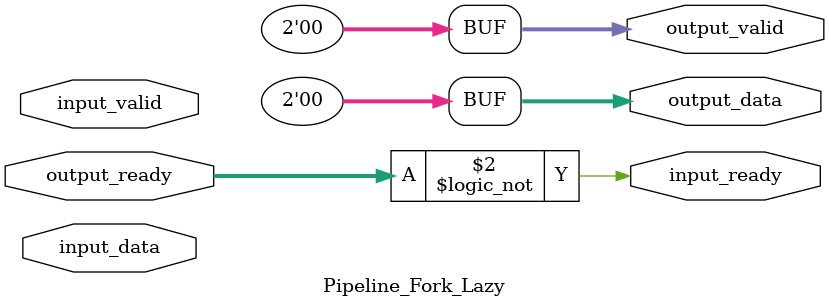
<source format=v>


// Takes in a ready/valid handshake along with the associated data, and
// replicates that transaction to multiple outputs. The input can proceed to
// the next transaction once **all** outputs have finished their transactions.
// *All input and output transactions complete simultaneously.*

// There is no buffering, so be careful of combinational paths. If you cannot
// avoid a long combination path (or worse, a loop), then you must use the
// [Eager Pipeline Fork](./Pipeline_Fork_Eager.html).

`default_nettype none

module Pipeline_Fork_Lazy
#(
    parameter WORD_WIDTH    = 0,
    parameter OUTPUT_COUNT  = 0,

    // Do not set at instantiation, except in IPI
    parameter TOTAL_WIDTH   = WORD_WIDTH * OUTPUT_COUNT
)
(
    input  wire                     input_valid,
    output reg                      input_ready,
    input  wire [WORD_WIDTH-1:0]    input_data,

    output reg  [OUTPUT_COUNT-1:0]  output_valid,
    input  wire [OUTPUT_COUNT-1:0]  output_ready,
    output reg  [TOTAL_WIDTH-1:0]   output_data
);

    localparam TOTAL_ZERO   = {TOTAL_WIDTH{1'b0}};
    localparam OUTPUT_ONES  = {OUTPUT_COUNT{1'b1}};
    localparam OUTPUT_ZERO  = {OUTPUT_COUNT{1'b0}};

    initial begin
        input_ready     = 1'b0;
        output_valid    = OUTPUT_ZERO;
        output_data     = TOTAL_ZERO;
    end

// If all outputs are ready, then signal ready to the input and pass the valid
// signal through to all outputs, so all transaction complete together.

    reg output_valid_gated  = 1'b0;

    always @(*) begin
        input_ready         = (output_ready == OUTPUT_ONES);
        output_valid        = {OUTPUT_COUNT{output_valid_gated}};
        output_data         = {OUTPUT_COUNT{input_data}};
    end

    always @(*) begin
        output_valid_gated  = (input_valid == 1'b1) && (input_ready == 1'b1);
    end

endmodule


</source>
